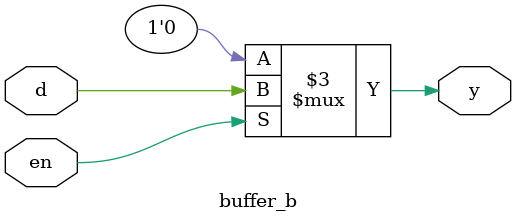
<source format=v>
module buffer_b(input d,en,output reg y);
initial begin
		if(en)begin
		 y=d;
			end
		
			else begin
		 y=0;
	end
end
endmodule

</source>
